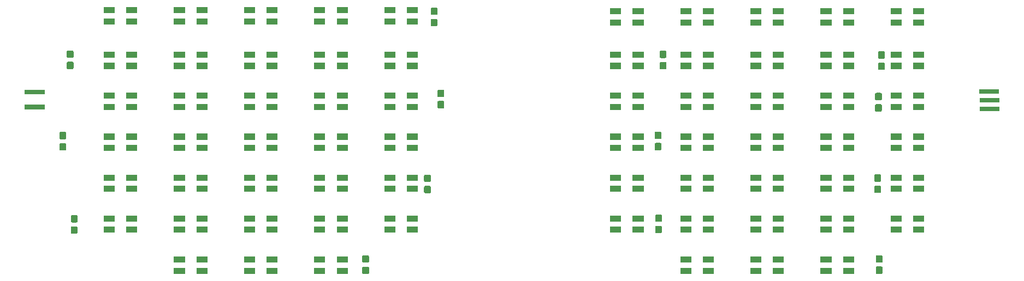
<source format=gbr>
G04 #@! TF.GenerationSoftware,KiCad,Pcbnew,(5.0.1)-3*
G04 #@! TF.CreationDate,2019-10-19T12:43:43+10:30*
G04 #@! TF.ProjectId,LED Glasses v2,4C454420476C61737365732076322E6B,rev?*
G04 #@! TF.SameCoordinates,Original*
G04 #@! TF.FileFunction,Soldermask,Top*
G04 #@! TF.FilePolarity,Negative*
%FSLAX46Y46*%
G04 Gerber Fmt 4.6, Leading zero omitted, Abs format (unit mm)*
G04 Created by KiCad (PCBNEW (5.0.1)-3) date 19/10/2019 12:43:43 PM*
%MOMM*%
%LPD*%
G01*
G04 APERTURE LIST*
%ADD10C,0.100000*%
G04 APERTURE END LIST*
D10*
G36*
X140356599Y-127811445D02*
X140394093Y-127822819D01*
X140428657Y-127841294D01*
X140458947Y-127866153D01*
X140483806Y-127896443D01*
X140502281Y-127931007D01*
X140513655Y-127968501D01*
X140518100Y-128013638D01*
X140518100Y-128752362D01*
X140513655Y-128797499D01*
X140502281Y-128834993D01*
X140483806Y-128869557D01*
X140458947Y-128899847D01*
X140428657Y-128924706D01*
X140394093Y-128943181D01*
X140356599Y-128954555D01*
X140311462Y-128959000D01*
X139672738Y-128959000D01*
X139627601Y-128954555D01*
X139590107Y-128943181D01*
X139555543Y-128924706D01*
X139525253Y-128899847D01*
X139500394Y-128869557D01*
X139481919Y-128834993D01*
X139470545Y-128797499D01*
X139466100Y-128752362D01*
X139466100Y-128013638D01*
X139470545Y-127968501D01*
X139481919Y-127931007D01*
X139500394Y-127896443D01*
X139525253Y-127866153D01*
X139555543Y-127841294D01*
X139590107Y-127822819D01*
X139627601Y-127811445D01*
X139672738Y-127807000D01*
X140311462Y-127807000D01*
X140356599Y-127811445D01*
X140356599Y-127811445D01*
G37*
G36*
X201351000Y-128951000D02*
X199649000Y-128951000D01*
X199649000Y-127999000D01*
X201351000Y-127999000D01*
X201351000Y-128951000D01*
X201351000Y-128951000D01*
G37*
G36*
X212226000Y-128951000D02*
X210524000Y-128951000D01*
X210524000Y-127999000D01*
X212226000Y-127999000D01*
X212226000Y-128951000D01*
X212226000Y-128951000D01*
G37*
G36*
X215726000Y-128951000D02*
X214024000Y-128951000D01*
X214024000Y-127999000D01*
X215726000Y-127999000D01*
X215726000Y-128951000D01*
X215726000Y-128951000D01*
G37*
G36*
X204851000Y-128951000D02*
X203149000Y-128951000D01*
X203149000Y-127999000D01*
X204851000Y-127999000D01*
X204851000Y-128951000D01*
X204851000Y-128951000D01*
G37*
G36*
X133726000Y-128951000D02*
X132024000Y-128951000D01*
X132024000Y-127999000D01*
X133726000Y-127999000D01*
X133726000Y-128951000D01*
X133726000Y-128951000D01*
G37*
G36*
X137226000Y-128951000D02*
X135524000Y-128951000D01*
X135524000Y-127999000D01*
X137226000Y-127999000D01*
X137226000Y-128951000D01*
X137226000Y-128951000D01*
G37*
G36*
X122851000Y-128951000D02*
X121149000Y-128951000D01*
X121149000Y-127999000D01*
X122851000Y-127999000D01*
X122851000Y-128951000D01*
X122851000Y-128951000D01*
G37*
G36*
X111976000Y-128951000D02*
X110274000Y-128951000D01*
X110274000Y-127999000D01*
X111976000Y-127999000D01*
X111976000Y-128951000D01*
X111976000Y-128951000D01*
G37*
G36*
X115476000Y-128951000D02*
X113774000Y-128951000D01*
X113774000Y-127999000D01*
X115476000Y-127999000D01*
X115476000Y-128951000D01*
X115476000Y-128951000D01*
G37*
G36*
X190476000Y-128951000D02*
X188774000Y-128951000D01*
X188774000Y-127999000D01*
X190476000Y-127999000D01*
X190476000Y-128951000D01*
X190476000Y-128951000D01*
G37*
G36*
X193976000Y-128951000D02*
X192274000Y-128951000D01*
X192274000Y-127999000D01*
X193976000Y-127999000D01*
X193976000Y-128951000D01*
X193976000Y-128951000D01*
G37*
G36*
X126351000Y-128951000D02*
X124649000Y-128951000D01*
X124649000Y-127999000D01*
X126351000Y-127999000D01*
X126351000Y-128951000D01*
X126351000Y-128951000D01*
G37*
G36*
X219972899Y-127798745D02*
X220010393Y-127810119D01*
X220044957Y-127828594D01*
X220075247Y-127853453D01*
X220100106Y-127883743D01*
X220118581Y-127918307D01*
X220129955Y-127955801D01*
X220134400Y-128000938D01*
X220134400Y-128739662D01*
X220129955Y-128784799D01*
X220118581Y-128822293D01*
X220100106Y-128856857D01*
X220075247Y-128887147D01*
X220044957Y-128912006D01*
X220010393Y-128930481D01*
X219972899Y-128941855D01*
X219927762Y-128946300D01*
X219289038Y-128946300D01*
X219243901Y-128941855D01*
X219206407Y-128930481D01*
X219171843Y-128912006D01*
X219141553Y-128887147D01*
X219116694Y-128856857D01*
X219098219Y-128822293D01*
X219086845Y-128784799D01*
X219082400Y-128739662D01*
X219082400Y-128000938D01*
X219086845Y-127955801D01*
X219098219Y-127918307D01*
X219116694Y-127883743D01*
X219141553Y-127853453D01*
X219171843Y-127828594D01*
X219206407Y-127810119D01*
X219243901Y-127798745D01*
X219289038Y-127794300D01*
X219927762Y-127794300D01*
X219972899Y-127798745D01*
X219972899Y-127798745D01*
G37*
G36*
X140356599Y-126061445D02*
X140394093Y-126072819D01*
X140428657Y-126091294D01*
X140458947Y-126116153D01*
X140483806Y-126146443D01*
X140502281Y-126181007D01*
X140513655Y-126218501D01*
X140518100Y-126263638D01*
X140518100Y-127002362D01*
X140513655Y-127047499D01*
X140502281Y-127084993D01*
X140483806Y-127119557D01*
X140458947Y-127149847D01*
X140428657Y-127174706D01*
X140394093Y-127193181D01*
X140356599Y-127204555D01*
X140311462Y-127209000D01*
X139672738Y-127209000D01*
X139627601Y-127204555D01*
X139590107Y-127193181D01*
X139555543Y-127174706D01*
X139525253Y-127149847D01*
X139500394Y-127119557D01*
X139481919Y-127084993D01*
X139470545Y-127047499D01*
X139466100Y-127002362D01*
X139466100Y-126263638D01*
X139470545Y-126218501D01*
X139481919Y-126181007D01*
X139500394Y-126146443D01*
X139525253Y-126116153D01*
X139555543Y-126091294D01*
X139590107Y-126072819D01*
X139627601Y-126061445D01*
X139672738Y-126057000D01*
X140311462Y-126057000D01*
X140356599Y-126061445D01*
X140356599Y-126061445D01*
G37*
G36*
X190476000Y-127201000D02*
X188774000Y-127201000D01*
X188774000Y-126249000D01*
X190476000Y-126249000D01*
X190476000Y-127201000D01*
X190476000Y-127201000D01*
G37*
G36*
X212226000Y-127201000D02*
X210524000Y-127201000D01*
X210524000Y-126249000D01*
X212226000Y-126249000D01*
X212226000Y-127201000D01*
X212226000Y-127201000D01*
G37*
G36*
X204851000Y-127201000D02*
X203149000Y-127201000D01*
X203149000Y-126249000D01*
X204851000Y-126249000D01*
X204851000Y-127201000D01*
X204851000Y-127201000D01*
G37*
G36*
X193976000Y-127201000D02*
X192274000Y-127201000D01*
X192274000Y-126249000D01*
X193976000Y-126249000D01*
X193976000Y-127201000D01*
X193976000Y-127201000D01*
G37*
G36*
X115476000Y-127201000D02*
X113774000Y-127201000D01*
X113774000Y-126249000D01*
X115476000Y-126249000D01*
X115476000Y-127201000D01*
X115476000Y-127201000D01*
G37*
G36*
X111976000Y-127201000D02*
X110274000Y-127201000D01*
X110274000Y-126249000D01*
X111976000Y-126249000D01*
X111976000Y-127201000D01*
X111976000Y-127201000D01*
G37*
G36*
X126351000Y-127201000D02*
X124649000Y-127201000D01*
X124649000Y-126249000D01*
X126351000Y-126249000D01*
X126351000Y-127201000D01*
X126351000Y-127201000D01*
G37*
G36*
X137226000Y-127201000D02*
X135524000Y-127201000D01*
X135524000Y-126249000D01*
X137226000Y-126249000D01*
X137226000Y-127201000D01*
X137226000Y-127201000D01*
G37*
G36*
X133726000Y-127201000D02*
X132024000Y-127201000D01*
X132024000Y-126249000D01*
X133726000Y-126249000D01*
X133726000Y-127201000D01*
X133726000Y-127201000D01*
G37*
G36*
X215726000Y-127201000D02*
X214024000Y-127201000D01*
X214024000Y-126249000D01*
X215726000Y-126249000D01*
X215726000Y-127201000D01*
X215726000Y-127201000D01*
G37*
G36*
X201351000Y-127201000D02*
X199649000Y-127201000D01*
X199649000Y-126249000D01*
X201351000Y-126249000D01*
X201351000Y-127201000D01*
X201351000Y-127201000D01*
G37*
G36*
X122851000Y-127201000D02*
X121149000Y-127201000D01*
X121149000Y-126249000D01*
X122851000Y-126249000D01*
X122851000Y-127201000D01*
X122851000Y-127201000D01*
G37*
G36*
X219972899Y-126048745D02*
X220010393Y-126060119D01*
X220044957Y-126078594D01*
X220075247Y-126103453D01*
X220100106Y-126133743D01*
X220118581Y-126168307D01*
X220129955Y-126205801D01*
X220134400Y-126250938D01*
X220134400Y-126989662D01*
X220129955Y-127034799D01*
X220118581Y-127072293D01*
X220100106Y-127106857D01*
X220075247Y-127137147D01*
X220044957Y-127162006D01*
X220010393Y-127180481D01*
X219972899Y-127191855D01*
X219927762Y-127196300D01*
X219289038Y-127196300D01*
X219243901Y-127191855D01*
X219206407Y-127180481D01*
X219171843Y-127162006D01*
X219141553Y-127137147D01*
X219116694Y-127106857D01*
X219098219Y-127072293D01*
X219086845Y-127034799D01*
X219082400Y-126989662D01*
X219082400Y-126250938D01*
X219086845Y-126205801D01*
X219098219Y-126168307D01*
X219116694Y-126133743D01*
X219141553Y-126103453D01*
X219171843Y-126078594D01*
X219206407Y-126060119D01*
X219243901Y-126048745D01*
X219289038Y-126044300D01*
X219927762Y-126044300D01*
X219972899Y-126048745D01*
X219972899Y-126048745D01*
G37*
G36*
X95182699Y-121551645D02*
X95220193Y-121563019D01*
X95254757Y-121581494D01*
X95285047Y-121606353D01*
X95309906Y-121636643D01*
X95328381Y-121671207D01*
X95339755Y-121708701D01*
X95344200Y-121753838D01*
X95344200Y-122492562D01*
X95339755Y-122537699D01*
X95328381Y-122575193D01*
X95309906Y-122609757D01*
X95285047Y-122640047D01*
X95254757Y-122664906D01*
X95220193Y-122683381D01*
X95182699Y-122694755D01*
X95137562Y-122699200D01*
X94498838Y-122699200D01*
X94453701Y-122694755D01*
X94416207Y-122683381D01*
X94381643Y-122664906D01*
X94351353Y-122640047D01*
X94326494Y-122609757D01*
X94308019Y-122575193D01*
X94296645Y-122537699D01*
X94292200Y-122492562D01*
X94292200Y-121753838D01*
X94296645Y-121708701D01*
X94308019Y-121671207D01*
X94326494Y-121636643D01*
X94351353Y-121606353D01*
X94381643Y-121581494D01*
X94416207Y-121563019D01*
X94453701Y-121551645D01*
X94498838Y-121547200D01*
X95137562Y-121547200D01*
X95182699Y-121551645D01*
X95182699Y-121551645D01*
G37*
G36*
X185784499Y-121461445D02*
X185821993Y-121472819D01*
X185856557Y-121491294D01*
X185886847Y-121516153D01*
X185911706Y-121546443D01*
X185930181Y-121581007D01*
X185941555Y-121618501D01*
X185946000Y-121663638D01*
X185946000Y-122402362D01*
X185941555Y-122447499D01*
X185930181Y-122484993D01*
X185911706Y-122519557D01*
X185886847Y-122549847D01*
X185856557Y-122574706D01*
X185821993Y-122593181D01*
X185784499Y-122604555D01*
X185739362Y-122609000D01*
X185100638Y-122609000D01*
X185055501Y-122604555D01*
X185018007Y-122593181D01*
X184983443Y-122574706D01*
X184953153Y-122549847D01*
X184928294Y-122519557D01*
X184909819Y-122484993D01*
X184898445Y-122447499D01*
X184894000Y-122402362D01*
X184894000Y-121663638D01*
X184898445Y-121618501D01*
X184909819Y-121581007D01*
X184928294Y-121546443D01*
X184953153Y-121516153D01*
X184983443Y-121491294D01*
X185018007Y-121472819D01*
X185055501Y-121461445D01*
X185100638Y-121457000D01*
X185739362Y-121457000D01*
X185784499Y-121461445D01*
X185784499Y-121461445D01*
G37*
G36*
X126351000Y-122551000D02*
X124649000Y-122551000D01*
X124649000Y-121599000D01*
X126351000Y-121599000D01*
X126351000Y-122551000D01*
X126351000Y-122551000D01*
G37*
G36*
X137226000Y-122551000D02*
X135524000Y-122551000D01*
X135524000Y-121599000D01*
X137226000Y-121599000D01*
X137226000Y-122551000D01*
X137226000Y-122551000D01*
G37*
G36*
X133726000Y-122551000D02*
X132024000Y-122551000D01*
X132024000Y-121599000D01*
X133726000Y-121599000D01*
X133726000Y-122551000D01*
X133726000Y-122551000D01*
G37*
G36*
X223101000Y-122551000D02*
X221399000Y-122551000D01*
X221399000Y-121599000D01*
X223101000Y-121599000D01*
X223101000Y-122551000D01*
X223101000Y-122551000D01*
G37*
G36*
X122851000Y-122551000D02*
X121149000Y-122551000D01*
X121149000Y-121599000D01*
X122851000Y-121599000D01*
X122851000Y-122551000D01*
X122851000Y-122551000D01*
G37*
G36*
X212226000Y-122551000D02*
X210524000Y-122551000D01*
X210524000Y-121599000D01*
X212226000Y-121599000D01*
X212226000Y-122551000D01*
X212226000Y-122551000D01*
G37*
G36*
X215726000Y-122551000D02*
X214024000Y-122551000D01*
X214024000Y-121599000D01*
X215726000Y-121599000D01*
X215726000Y-122551000D01*
X215726000Y-122551000D01*
G37*
G36*
X148101000Y-122551000D02*
X146399000Y-122551000D01*
X146399000Y-121599000D01*
X148101000Y-121599000D01*
X148101000Y-122551000D01*
X148101000Y-122551000D01*
G37*
G36*
X144601000Y-122551000D02*
X142899000Y-122551000D01*
X142899000Y-121599000D01*
X144601000Y-121599000D01*
X144601000Y-122551000D01*
X144601000Y-122551000D01*
G37*
G36*
X115476000Y-122551000D02*
X113774000Y-122551000D01*
X113774000Y-121599000D01*
X115476000Y-121599000D01*
X115476000Y-122551000D01*
X115476000Y-122551000D01*
G37*
G36*
X101101000Y-122551000D02*
X99399000Y-122551000D01*
X99399000Y-121599000D01*
X101101000Y-121599000D01*
X101101000Y-122551000D01*
X101101000Y-122551000D01*
G37*
G36*
X104601000Y-122551000D02*
X102899000Y-122551000D01*
X102899000Y-121599000D01*
X104601000Y-121599000D01*
X104601000Y-122551000D01*
X104601000Y-122551000D01*
G37*
G36*
X226601000Y-122551000D02*
X224899000Y-122551000D01*
X224899000Y-121599000D01*
X226601000Y-121599000D01*
X226601000Y-122551000D01*
X226601000Y-122551000D01*
G37*
G36*
X201351000Y-122551000D02*
X199649000Y-122551000D01*
X199649000Y-121599000D01*
X201351000Y-121599000D01*
X201351000Y-122551000D01*
X201351000Y-122551000D01*
G37*
G36*
X204851000Y-122551000D02*
X203149000Y-122551000D01*
X203149000Y-121599000D01*
X204851000Y-121599000D01*
X204851000Y-122551000D01*
X204851000Y-122551000D01*
G37*
G36*
X190476000Y-122551000D02*
X188774000Y-122551000D01*
X188774000Y-121599000D01*
X190476000Y-121599000D01*
X190476000Y-122551000D01*
X190476000Y-122551000D01*
G37*
G36*
X111976000Y-122551000D02*
X110274000Y-122551000D01*
X110274000Y-121599000D01*
X111976000Y-121599000D01*
X111976000Y-122551000D01*
X111976000Y-122551000D01*
G37*
G36*
X193976000Y-122551000D02*
X192274000Y-122551000D01*
X192274000Y-121599000D01*
X193976000Y-121599000D01*
X193976000Y-122551000D01*
X193976000Y-122551000D01*
G37*
G36*
X179601000Y-122551000D02*
X177899000Y-122551000D01*
X177899000Y-121599000D01*
X179601000Y-121599000D01*
X179601000Y-122551000D01*
X179601000Y-122551000D01*
G37*
G36*
X183101000Y-122551000D02*
X181399000Y-122551000D01*
X181399000Y-121599000D01*
X183101000Y-121599000D01*
X183101000Y-122551000D01*
X183101000Y-122551000D01*
G37*
G36*
X95182699Y-119801645D02*
X95220193Y-119813019D01*
X95254757Y-119831494D01*
X95285047Y-119856353D01*
X95309906Y-119886643D01*
X95328381Y-119921207D01*
X95339755Y-119958701D01*
X95344200Y-120003838D01*
X95344200Y-120742562D01*
X95339755Y-120787699D01*
X95328381Y-120825193D01*
X95309906Y-120859757D01*
X95285047Y-120890047D01*
X95254757Y-120914906D01*
X95220193Y-120933381D01*
X95182699Y-120944755D01*
X95137562Y-120949200D01*
X94498838Y-120949200D01*
X94453701Y-120944755D01*
X94416207Y-120933381D01*
X94381643Y-120914906D01*
X94351353Y-120890047D01*
X94326494Y-120859757D01*
X94308019Y-120825193D01*
X94296645Y-120787699D01*
X94292200Y-120742562D01*
X94292200Y-120003838D01*
X94296645Y-119958701D01*
X94308019Y-119921207D01*
X94326494Y-119886643D01*
X94351353Y-119856353D01*
X94381643Y-119831494D01*
X94416207Y-119813019D01*
X94453701Y-119801645D01*
X94498838Y-119797200D01*
X95137562Y-119797200D01*
X95182699Y-119801645D01*
X95182699Y-119801645D01*
G37*
G36*
X185784499Y-119711445D02*
X185821993Y-119722819D01*
X185856557Y-119741294D01*
X185886847Y-119766153D01*
X185911706Y-119796443D01*
X185930181Y-119831007D01*
X185941555Y-119868501D01*
X185946000Y-119913638D01*
X185946000Y-120652362D01*
X185941555Y-120697499D01*
X185930181Y-120734993D01*
X185911706Y-120769557D01*
X185886847Y-120799847D01*
X185856557Y-120824706D01*
X185821993Y-120843181D01*
X185784499Y-120854555D01*
X185739362Y-120859000D01*
X185100638Y-120859000D01*
X185055501Y-120854555D01*
X185018007Y-120843181D01*
X184983443Y-120824706D01*
X184953153Y-120799847D01*
X184928294Y-120769557D01*
X184909819Y-120734993D01*
X184898445Y-120697499D01*
X184894000Y-120652362D01*
X184894000Y-119913638D01*
X184898445Y-119868501D01*
X184909819Y-119831007D01*
X184928294Y-119796443D01*
X184953153Y-119766153D01*
X184983443Y-119741294D01*
X185018007Y-119722819D01*
X185055501Y-119711445D01*
X185100638Y-119707000D01*
X185739362Y-119707000D01*
X185784499Y-119711445D01*
X185784499Y-119711445D01*
G37*
G36*
X223101000Y-120801000D02*
X221399000Y-120801000D01*
X221399000Y-119849000D01*
X223101000Y-119849000D01*
X223101000Y-120801000D01*
X223101000Y-120801000D01*
G37*
G36*
X193976000Y-120801000D02*
X192274000Y-120801000D01*
X192274000Y-119849000D01*
X193976000Y-119849000D01*
X193976000Y-120801000D01*
X193976000Y-120801000D01*
G37*
G36*
X204851000Y-120801000D02*
X203149000Y-120801000D01*
X203149000Y-119849000D01*
X204851000Y-119849000D01*
X204851000Y-120801000D01*
X204851000Y-120801000D01*
G37*
G36*
X201351000Y-120801000D02*
X199649000Y-120801000D01*
X199649000Y-119849000D01*
X201351000Y-119849000D01*
X201351000Y-120801000D01*
X201351000Y-120801000D01*
G37*
G36*
X212226000Y-120801000D02*
X210524000Y-120801000D01*
X210524000Y-119849000D01*
X212226000Y-119849000D01*
X212226000Y-120801000D01*
X212226000Y-120801000D01*
G37*
G36*
X215726000Y-120801000D02*
X214024000Y-120801000D01*
X214024000Y-119849000D01*
X215726000Y-119849000D01*
X215726000Y-120801000D01*
X215726000Y-120801000D01*
G37*
G36*
X226601000Y-120801000D02*
X224899000Y-120801000D01*
X224899000Y-119849000D01*
X226601000Y-119849000D01*
X226601000Y-120801000D01*
X226601000Y-120801000D01*
G37*
G36*
X115476000Y-120801000D02*
X113774000Y-120801000D01*
X113774000Y-119849000D01*
X115476000Y-119849000D01*
X115476000Y-120801000D01*
X115476000Y-120801000D01*
G37*
G36*
X111976000Y-120801000D02*
X110274000Y-120801000D01*
X110274000Y-119849000D01*
X111976000Y-119849000D01*
X111976000Y-120801000D01*
X111976000Y-120801000D01*
G37*
G36*
X133726000Y-120801000D02*
X132024000Y-120801000D01*
X132024000Y-119849000D01*
X133726000Y-119849000D01*
X133726000Y-120801000D01*
X133726000Y-120801000D01*
G37*
G36*
X144601000Y-120801000D02*
X142899000Y-120801000D01*
X142899000Y-119849000D01*
X144601000Y-119849000D01*
X144601000Y-120801000D01*
X144601000Y-120801000D01*
G37*
G36*
X148101000Y-120801000D02*
X146399000Y-120801000D01*
X146399000Y-119849000D01*
X148101000Y-119849000D01*
X148101000Y-120801000D01*
X148101000Y-120801000D01*
G37*
G36*
X179601000Y-120801000D02*
X177899000Y-120801000D01*
X177899000Y-119849000D01*
X179601000Y-119849000D01*
X179601000Y-120801000D01*
X179601000Y-120801000D01*
G37*
G36*
X137226000Y-120801000D02*
X135524000Y-120801000D01*
X135524000Y-119849000D01*
X137226000Y-119849000D01*
X137226000Y-120801000D01*
X137226000Y-120801000D01*
G37*
G36*
X126351000Y-120801000D02*
X124649000Y-120801000D01*
X124649000Y-119849000D01*
X126351000Y-119849000D01*
X126351000Y-120801000D01*
X126351000Y-120801000D01*
G37*
G36*
X183101000Y-120801000D02*
X181399000Y-120801000D01*
X181399000Y-119849000D01*
X183101000Y-119849000D01*
X183101000Y-120801000D01*
X183101000Y-120801000D01*
G37*
G36*
X122851000Y-120801000D02*
X121149000Y-120801000D01*
X121149000Y-119849000D01*
X122851000Y-119849000D01*
X122851000Y-120801000D01*
X122851000Y-120801000D01*
G37*
G36*
X190476000Y-120801000D02*
X188774000Y-120801000D01*
X188774000Y-119849000D01*
X190476000Y-119849000D01*
X190476000Y-120801000D01*
X190476000Y-120801000D01*
G37*
G36*
X101101000Y-120801000D02*
X99399000Y-120801000D01*
X99399000Y-119849000D01*
X101101000Y-119849000D01*
X101101000Y-120801000D01*
X101101000Y-120801000D01*
G37*
G36*
X104601000Y-120801000D02*
X102899000Y-120801000D01*
X102899000Y-119849000D01*
X104601000Y-119849000D01*
X104601000Y-120801000D01*
X104601000Y-120801000D01*
G37*
G36*
X149945099Y-115252445D02*
X149982593Y-115263819D01*
X150017157Y-115282294D01*
X150047447Y-115307153D01*
X150072306Y-115337443D01*
X150090781Y-115372007D01*
X150102155Y-115409501D01*
X150106600Y-115454638D01*
X150106600Y-116193362D01*
X150102155Y-116238499D01*
X150090781Y-116275993D01*
X150072306Y-116310557D01*
X150047447Y-116340847D01*
X150017157Y-116365706D01*
X149982593Y-116384181D01*
X149945099Y-116395555D01*
X149899962Y-116400000D01*
X149261238Y-116400000D01*
X149216101Y-116395555D01*
X149178607Y-116384181D01*
X149144043Y-116365706D01*
X149113753Y-116340847D01*
X149088894Y-116310557D01*
X149070419Y-116275993D01*
X149059045Y-116238499D01*
X149054600Y-116193362D01*
X149054600Y-115454638D01*
X149059045Y-115409501D01*
X149070419Y-115372007D01*
X149088894Y-115337443D01*
X149113753Y-115307153D01*
X149144043Y-115282294D01*
X149178607Y-115263819D01*
X149216101Y-115252445D01*
X149261238Y-115248000D01*
X149899962Y-115248000D01*
X149945099Y-115252445D01*
X149945099Y-115252445D01*
G37*
G36*
X219731599Y-115225745D02*
X219769093Y-115237119D01*
X219803657Y-115255594D01*
X219833947Y-115280453D01*
X219858806Y-115310743D01*
X219877281Y-115345307D01*
X219888655Y-115382801D01*
X219893100Y-115427938D01*
X219893100Y-116166662D01*
X219888655Y-116211799D01*
X219877281Y-116249293D01*
X219858806Y-116283857D01*
X219833947Y-116314147D01*
X219803657Y-116339006D01*
X219769093Y-116357481D01*
X219731599Y-116368855D01*
X219686462Y-116373300D01*
X219047738Y-116373300D01*
X219002601Y-116368855D01*
X218965107Y-116357481D01*
X218930543Y-116339006D01*
X218900253Y-116314147D01*
X218875394Y-116283857D01*
X218856919Y-116249293D01*
X218845545Y-116211799D01*
X218841100Y-116166662D01*
X218841100Y-115427938D01*
X218845545Y-115382801D01*
X218856919Y-115345307D01*
X218875394Y-115310743D01*
X218900253Y-115280453D01*
X218930543Y-115255594D01*
X218965107Y-115237119D01*
X219002601Y-115225745D01*
X219047738Y-115221300D01*
X219686462Y-115221300D01*
X219731599Y-115225745D01*
X219731599Y-115225745D01*
G37*
G36*
X104601000Y-116201000D02*
X102899000Y-116201000D01*
X102899000Y-115249000D01*
X104601000Y-115249000D01*
X104601000Y-116201000D01*
X104601000Y-116201000D01*
G37*
G36*
X190476000Y-116201000D02*
X188774000Y-116201000D01*
X188774000Y-115249000D01*
X190476000Y-115249000D01*
X190476000Y-116201000D01*
X190476000Y-116201000D01*
G37*
G36*
X201351000Y-116201000D02*
X199649000Y-116201000D01*
X199649000Y-115249000D01*
X201351000Y-115249000D01*
X201351000Y-116201000D01*
X201351000Y-116201000D01*
G37*
G36*
X144601000Y-116201000D02*
X142899000Y-116201000D01*
X142899000Y-115249000D01*
X144601000Y-115249000D01*
X144601000Y-116201000D01*
X144601000Y-116201000D01*
G37*
G36*
X204851000Y-116201000D02*
X203149000Y-116201000D01*
X203149000Y-115249000D01*
X204851000Y-115249000D01*
X204851000Y-116201000D01*
X204851000Y-116201000D01*
G37*
G36*
X212226000Y-116201000D02*
X210524000Y-116201000D01*
X210524000Y-115249000D01*
X212226000Y-115249000D01*
X212226000Y-116201000D01*
X212226000Y-116201000D01*
G37*
G36*
X215726000Y-116201000D02*
X214024000Y-116201000D01*
X214024000Y-115249000D01*
X215726000Y-115249000D01*
X215726000Y-116201000D01*
X215726000Y-116201000D01*
G37*
G36*
X223101000Y-116201000D02*
X221399000Y-116201000D01*
X221399000Y-115249000D01*
X223101000Y-115249000D01*
X223101000Y-116201000D01*
X223101000Y-116201000D01*
G37*
G36*
X226601000Y-116201000D02*
X224899000Y-116201000D01*
X224899000Y-115249000D01*
X226601000Y-115249000D01*
X226601000Y-116201000D01*
X226601000Y-116201000D01*
G37*
G36*
X183101000Y-116201000D02*
X181399000Y-116201000D01*
X181399000Y-115249000D01*
X183101000Y-115249000D01*
X183101000Y-116201000D01*
X183101000Y-116201000D01*
G37*
G36*
X115476000Y-116201000D02*
X113774000Y-116201000D01*
X113774000Y-115249000D01*
X115476000Y-115249000D01*
X115476000Y-116201000D01*
X115476000Y-116201000D01*
G37*
G36*
X111976000Y-116201000D02*
X110274000Y-116201000D01*
X110274000Y-115249000D01*
X111976000Y-115249000D01*
X111976000Y-116201000D01*
X111976000Y-116201000D01*
G37*
G36*
X122851000Y-116201000D02*
X121149000Y-116201000D01*
X121149000Y-115249000D01*
X122851000Y-115249000D01*
X122851000Y-116201000D01*
X122851000Y-116201000D01*
G37*
G36*
X126351000Y-116201000D02*
X124649000Y-116201000D01*
X124649000Y-115249000D01*
X126351000Y-115249000D01*
X126351000Y-116201000D01*
X126351000Y-116201000D01*
G37*
G36*
X137226000Y-116201000D02*
X135524000Y-116201000D01*
X135524000Y-115249000D01*
X137226000Y-115249000D01*
X137226000Y-116201000D01*
X137226000Y-116201000D01*
G37*
G36*
X133726000Y-116201000D02*
X132024000Y-116201000D01*
X132024000Y-115249000D01*
X133726000Y-115249000D01*
X133726000Y-116201000D01*
X133726000Y-116201000D01*
G37*
G36*
X148101000Y-116201000D02*
X146399000Y-116201000D01*
X146399000Y-115249000D01*
X148101000Y-115249000D01*
X148101000Y-116201000D01*
X148101000Y-116201000D01*
G37*
G36*
X179601000Y-116201000D02*
X177899000Y-116201000D01*
X177899000Y-115249000D01*
X179601000Y-115249000D01*
X179601000Y-116201000D01*
X179601000Y-116201000D01*
G37*
G36*
X193976000Y-116201000D02*
X192274000Y-116201000D01*
X192274000Y-115249000D01*
X193976000Y-115249000D01*
X193976000Y-116201000D01*
X193976000Y-116201000D01*
G37*
G36*
X101101000Y-116201000D02*
X99399000Y-116201000D01*
X99399000Y-115249000D01*
X101101000Y-115249000D01*
X101101000Y-116201000D01*
X101101000Y-116201000D01*
G37*
G36*
X149945099Y-113502445D02*
X149982593Y-113513819D01*
X150017157Y-113532294D01*
X150047447Y-113557153D01*
X150072306Y-113587443D01*
X150090781Y-113622007D01*
X150102155Y-113659501D01*
X150106600Y-113704638D01*
X150106600Y-114443362D01*
X150102155Y-114488499D01*
X150090781Y-114525993D01*
X150072306Y-114560557D01*
X150047447Y-114590847D01*
X150017157Y-114615706D01*
X149982593Y-114634181D01*
X149945099Y-114645555D01*
X149899962Y-114650000D01*
X149261238Y-114650000D01*
X149216101Y-114645555D01*
X149178607Y-114634181D01*
X149144043Y-114615706D01*
X149113753Y-114590847D01*
X149088894Y-114560557D01*
X149070419Y-114525993D01*
X149059045Y-114488499D01*
X149054600Y-114443362D01*
X149054600Y-113704638D01*
X149059045Y-113659501D01*
X149070419Y-113622007D01*
X149088894Y-113587443D01*
X149113753Y-113557153D01*
X149144043Y-113532294D01*
X149178607Y-113513819D01*
X149216101Y-113502445D01*
X149261238Y-113498000D01*
X149899962Y-113498000D01*
X149945099Y-113502445D01*
X149945099Y-113502445D01*
G37*
G36*
X219731599Y-113475745D02*
X219769093Y-113487119D01*
X219803657Y-113505594D01*
X219833947Y-113530453D01*
X219858806Y-113560743D01*
X219877281Y-113595307D01*
X219888655Y-113632801D01*
X219893100Y-113677938D01*
X219893100Y-114416662D01*
X219888655Y-114461799D01*
X219877281Y-114499293D01*
X219858806Y-114533857D01*
X219833947Y-114564147D01*
X219803657Y-114589006D01*
X219769093Y-114607481D01*
X219731599Y-114618855D01*
X219686462Y-114623300D01*
X219047738Y-114623300D01*
X219002601Y-114618855D01*
X218965107Y-114607481D01*
X218930543Y-114589006D01*
X218900253Y-114564147D01*
X218875394Y-114533857D01*
X218856919Y-114499293D01*
X218845545Y-114461799D01*
X218841100Y-114416662D01*
X218841100Y-113677938D01*
X218845545Y-113632801D01*
X218856919Y-113595307D01*
X218875394Y-113560743D01*
X218900253Y-113530453D01*
X218930543Y-113505594D01*
X218965107Y-113487119D01*
X219002601Y-113475745D01*
X219047738Y-113471300D01*
X219686462Y-113471300D01*
X219731599Y-113475745D01*
X219731599Y-113475745D01*
G37*
G36*
X133726000Y-114451000D02*
X132024000Y-114451000D01*
X132024000Y-113499000D01*
X133726000Y-113499000D01*
X133726000Y-114451000D01*
X133726000Y-114451000D01*
G37*
G36*
X226601000Y-114451000D02*
X224899000Y-114451000D01*
X224899000Y-113499000D01*
X226601000Y-113499000D01*
X226601000Y-114451000D01*
X226601000Y-114451000D01*
G37*
G36*
X215726000Y-114451000D02*
X214024000Y-114451000D01*
X214024000Y-113499000D01*
X215726000Y-113499000D01*
X215726000Y-114451000D01*
X215726000Y-114451000D01*
G37*
G36*
X212226000Y-114451000D02*
X210524000Y-114451000D01*
X210524000Y-113499000D01*
X212226000Y-113499000D01*
X212226000Y-114451000D01*
X212226000Y-114451000D01*
G37*
G36*
X223101000Y-114451000D02*
X221399000Y-114451000D01*
X221399000Y-113499000D01*
X223101000Y-113499000D01*
X223101000Y-114451000D01*
X223101000Y-114451000D01*
G37*
G36*
X101101000Y-114451000D02*
X99399000Y-114451000D01*
X99399000Y-113499000D01*
X101101000Y-113499000D01*
X101101000Y-114451000D01*
X101101000Y-114451000D01*
G37*
G36*
X104601000Y-114451000D02*
X102899000Y-114451000D01*
X102899000Y-113499000D01*
X104601000Y-113499000D01*
X104601000Y-114451000D01*
X104601000Y-114451000D01*
G37*
G36*
X111976000Y-114451000D02*
X110274000Y-114451000D01*
X110274000Y-113499000D01*
X111976000Y-113499000D01*
X111976000Y-114451000D01*
X111976000Y-114451000D01*
G37*
G36*
X115476000Y-114451000D02*
X113774000Y-114451000D01*
X113774000Y-113499000D01*
X115476000Y-113499000D01*
X115476000Y-114451000D01*
X115476000Y-114451000D01*
G37*
G36*
X122851000Y-114451000D02*
X121149000Y-114451000D01*
X121149000Y-113499000D01*
X122851000Y-113499000D01*
X122851000Y-114451000D01*
X122851000Y-114451000D01*
G37*
G36*
X126351000Y-114451000D02*
X124649000Y-114451000D01*
X124649000Y-113499000D01*
X126351000Y-113499000D01*
X126351000Y-114451000D01*
X126351000Y-114451000D01*
G37*
G36*
X137226000Y-114451000D02*
X135524000Y-114451000D01*
X135524000Y-113499000D01*
X137226000Y-113499000D01*
X137226000Y-114451000D01*
X137226000Y-114451000D01*
G37*
G36*
X148101000Y-114451000D02*
X146399000Y-114451000D01*
X146399000Y-113499000D01*
X148101000Y-113499000D01*
X148101000Y-114451000D01*
X148101000Y-114451000D01*
G37*
G36*
X179601000Y-114451000D02*
X177899000Y-114451000D01*
X177899000Y-113499000D01*
X179601000Y-113499000D01*
X179601000Y-114451000D01*
X179601000Y-114451000D01*
G37*
G36*
X204851000Y-114451000D02*
X203149000Y-114451000D01*
X203149000Y-113499000D01*
X204851000Y-113499000D01*
X204851000Y-114451000D01*
X204851000Y-114451000D01*
G37*
G36*
X144601000Y-114451000D02*
X142899000Y-114451000D01*
X142899000Y-113499000D01*
X144601000Y-113499000D01*
X144601000Y-114451000D01*
X144601000Y-114451000D01*
G37*
G36*
X183101000Y-114451000D02*
X181399000Y-114451000D01*
X181399000Y-113499000D01*
X183101000Y-113499000D01*
X183101000Y-114451000D01*
X183101000Y-114451000D01*
G37*
G36*
X190476000Y-114451000D02*
X188774000Y-114451000D01*
X188774000Y-113499000D01*
X190476000Y-113499000D01*
X190476000Y-114451000D01*
X190476000Y-114451000D01*
G37*
G36*
X193976000Y-114451000D02*
X192274000Y-114451000D01*
X192274000Y-113499000D01*
X193976000Y-113499000D01*
X193976000Y-114451000D01*
X193976000Y-114451000D01*
G37*
G36*
X201351000Y-114451000D02*
X199649000Y-114451000D01*
X199649000Y-113499000D01*
X201351000Y-113499000D01*
X201351000Y-114451000D01*
X201351000Y-114451000D01*
G37*
G36*
X190476000Y-109831000D02*
X188774000Y-109831000D01*
X188774000Y-108879000D01*
X190476000Y-108879000D01*
X190476000Y-109831000D01*
X190476000Y-109831000D01*
G37*
G36*
X183101000Y-109831000D02*
X181399000Y-109831000D01*
X181399000Y-108879000D01*
X183101000Y-108879000D01*
X183101000Y-109831000D01*
X183101000Y-109831000D01*
G37*
G36*
X179601000Y-109831000D02*
X177899000Y-109831000D01*
X177899000Y-108879000D01*
X179601000Y-108879000D01*
X179601000Y-109831000D01*
X179601000Y-109831000D01*
G37*
G36*
X148101000Y-109831000D02*
X146399000Y-109831000D01*
X146399000Y-108879000D01*
X148101000Y-108879000D01*
X148101000Y-109831000D01*
X148101000Y-109831000D01*
G37*
G36*
X144601000Y-109831000D02*
X142899000Y-109831000D01*
X142899000Y-108879000D01*
X144601000Y-108879000D01*
X144601000Y-109831000D01*
X144601000Y-109831000D01*
G37*
G36*
X104601000Y-109831000D02*
X102899000Y-109831000D01*
X102899000Y-108879000D01*
X104601000Y-108879000D01*
X104601000Y-109831000D01*
X104601000Y-109831000D01*
G37*
G36*
X122851000Y-109831000D02*
X121149000Y-109831000D01*
X121149000Y-108879000D01*
X122851000Y-108879000D01*
X122851000Y-109831000D01*
X122851000Y-109831000D01*
G37*
G36*
X111976000Y-109831000D02*
X110274000Y-109831000D01*
X110274000Y-108879000D01*
X111976000Y-108879000D01*
X111976000Y-109831000D01*
X111976000Y-109831000D01*
G37*
G36*
X126351000Y-109831000D02*
X124649000Y-109831000D01*
X124649000Y-108879000D01*
X126351000Y-108879000D01*
X126351000Y-109831000D01*
X126351000Y-109831000D01*
G37*
G36*
X201351000Y-109831000D02*
X199649000Y-109831000D01*
X199649000Y-108879000D01*
X201351000Y-108879000D01*
X201351000Y-109831000D01*
X201351000Y-109831000D01*
G37*
G36*
X115476000Y-109831000D02*
X113774000Y-109831000D01*
X113774000Y-108879000D01*
X115476000Y-108879000D01*
X115476000Y-109831000D01*
X115476000Y-109831000D01*
G37*
G36*
X223101000Y-109831000D02*
X221399000Y-109831000D01*
X221399000Y-108879000D01*
X223101000Y-108879000D01*
X223101000Y-109831000D01*
X223101000Y-109831000D01*
G37*
G36*
X215726000Y-109831000D02*
X214024000Y-109831000D01*
X214024000Y-108879000D01*
X215726000Y-108879000D01*
X215726000Y-109831000D01*
X215726000Y-109831000D01*
G37*
G36*
X212226000Y-109831000D02*
X210524000Y-109831000D01*
X210524000Y-108879000D01*
X212226000Y-108879000D01*
X212226000Y-109831000D01*
X212226000Y-109831000D01*
G37*
G36*
X204851000Y-109831000D02*
X203149000Y-109831000D01*
X203149000Y-108879000D01*
X204851000Y-108879000D01*
X204851000Y-109831000D01*
X204851000Y-109831000D01*
G37*
G36*
X137226000Y-109831000D02*
X135524000Y-109831000D01*
X135524000Y-108879000D01*
X137226000Y-108879000D01*
X137226000Y-109831000D01*
X137226000Y-109831000D01*
G37*
G36*
X133726000Y-109831000D02*
X132024000Y-109831000D01*
X132024000Y-108879000D01*
X133726000Y-108879000D01*
X133726000Y-109831000D01*
X133726000Y-109831000D01*
G37*
G36*
X101101000Y-109831000D02*
X99399000Y-109831000D01*
X99399000Y-108879000D01*
X101101000Y-108879000D01*
X101101000Y-109831000D01*
X101101000Y-109831000D01*
G37*
G36*
X226601000Y-109831000D02*
X224899000Y-109831000D01*
X224899000Y-108879000D01*
X226601000Y-108879000D01*
X226601000Y-109831000D01*
X226601000Y-109831000D01*
G37*
G36*
X193976000Y-109831000D02*
X192274000Y-109831000D01*
X192274000Y-108879000D01*
X193976000Y-108879000D01*
X193976000Y-109831000D01*
X193976000Y-109831000D01*
G37*
G36*
X93430099Y-108621745D02*
X93467593Y-108633119D01*
X93502157Y-108651594D01*
X93532447Y-108676453D01*
X93557306Y-108706743D01*
X93575781Y-108741307D01*
X93587155Y-108778801D01*
X93591600Y-108823938D01*
X93591600Y-109562662D01*
X93587155Y-109607799D01*
X93575781Y-109645293D01*
X93557306Y-109679857D01*
X93532447Y-109710147D01*
X93502157Y-109735006D01*
X93467593Y-109753481D01*
X93430099Y-109764855D01*
X93384962Y-109769300D01*
X92746238Y-109769300D01*
X92701101Y-109764855D01*
X92663607Y-109753481D01*
X92629043Y-109735006D01*
X92598753Y-109710147D01*
X92573894Y-109679857D01*
X92555419Y-109645293D01*
X92544045Y-109607799D01*
X92539600Y-109562662D01*
X92539600Y-108823938D01*
X92544045Y-108778801D01*
X92555419Y-108741307D01*
X92573894Y-108706743D01*
X92598753Y-108676453D01*
X92629043Y-108651594D01*
X92663607Y-108633119D01*
X92701101Y-108621745D01*
X92746238Y-108617300D01*
X93384962Y-108617300D01*
X93430099Y-108621745D01*
X93430099Y-108621745D01*
G37*
G36*
X185695599Y-108583645D02*
X185733093Y-108595019D01*
X185767657Y-108613494D01*
X185797947Y-108638353D01*
X185822806Y-108668643D01*
X185841281Y-108703207D01*
X185852655Y-108740701D01*
X185857100Y-108785838D01*
X185857100Y-109524562D01*
X185852655Y-109569699D01*
X185841281Y-109607193D01*
X185822806Y-109641757D01*
X185797947Y-109672047D01*
X185767657Y-109696906D01*
X185733093Y-109715381D01*
X185695599Y-109726755D01*
X185650462Y-109731200D01*
X185011738Y-109731200D01*
X184966601Y-109726755D01*
X184929107Y-109715381D01*
X184894543Y-109696906D01*
X184864253Y-109672047D01*
X184839394Y-109641757D01*
X184820919Y-109607193D01*
X184809545Y-109569699D01*
X184805100Y-109524562D01*
X184805100Y-108785838D01*
X184809545Y-108740701D01*
X184820919Y-108703207D01*
X184839394Y-108668643D01*
X184864253Y-108638353D01*
X184894543Y-108613494D01*
X184929107Y-108595019D01*
X184966601Y-108583645D01*
X185011738Y-108579200D01*
X185650462Y-108579200D01*
X185695599Y-108583645D01*
X185695599Y-108583645D01*
G37*
G36*
X190476000Y-108081000D02*
X188774000Y-108081000D01*
X188774000Y-107129000D01*
X190476000Y-107129000D01*
X190476000Y-108081000D01*
X190476000Y-108081000D01*
G37*
G36*
X122851000Y-108081000D02*
X121149000Y-108081000D01*
X121149000Y-107129000D01*
X122851000Y-107129000D01*
X122851000Y-108081000D01*
X122851000Y-108081000D01*
G37*
G36*
X126351000Y-108081000D02*
X124649000Y-108081000D01*
X124649000Y-107129000D01*
X126351000Y-107129000D01*
X126351000Y-108081000D01*
X126351000Y-108081000D01*
G37*
G36*
X133726000Y-108081000D02*
X132024000Y-108081000D01*
X132024000Y-107129000D01*
X133726000Y-107129000D01*
X133726000Y-108081000D01*
X133726000Y-108081000D01*
G37*
G36*
X137226000Y-108081000D02*
X135524000Y-108081000D01*
X135524000Y-107129000D01*
X137226000Y-107129000D01*
X137226000Y-108081000D01*
X137226000Y-108081000D01*
G37*
G36*
X148101000Y-108081000D02*
X146399000Y-108081000D01*
X146399000Y-107129000D01*
X148101000Y-107129000D01*
X148101000Y-108081000D01*
X148101000Y-108081000D01*
G37*
G36*
X179601000Y-108081000D02*
X177899000Y-108081000D01*
X177899000Y-107129000D01*
X179601000Y-107129000D01*
X179601000Y-108081000D01*
X179601000Y-108081000D01*
G37*
G36*
X183101000Y-108081000D02*
X181399000Y-108081000D01*
X181399000Y-107129000D01*
X183101000Y-107129000D01*
X183101000Y-108081000D01*
X183101000Y-108081000D01*
G37*
G36*
X101101000Y-108081000D02*
X99399000Y-108081000D01*
X99399000Y-107129000D01*
X101101000Y-107129000D01*
X101101000Y-108081000D01*
X101101000Y-108081000D01*
G37*
G36*
X226601000Y-108081000D02*
X224899000Y-108081000D01*
X224899000Y-107129000D01*
X226601000Y-107129000D01*
X226601000Y-108081000D01*
X226601000Y-108081000D01*
G37*
G36*
X193976000Y-108081000D02*
X192274000Y-108081000D01*
X192274000Y-107129000D01*
X193976000Y-107129000D01*
X193976000Y-108081000D01*
X193976000Y-108081000D01*
G37*
G36*
X115476000Y-108081000D02*
X113774000Y-108081000D01*
X113774000Y-107129000D01*
X115476000Y-107129000D01*
X115476000Y-108081000D01*
X115476000Y-108081000D01*
G37*
G36*
X104601000Y-108081000D02*
X102899000Y-108081000D01*
X102899000Y-107129000D01*
X104601000Y-107129000D01*
X104601000Y-108081000D01*
X104601000Y-108081000D01*
G37*
G36*
X204851000Y-108081000D02*
X203149000Y-108081000D01*
X203149000Y-107129000D01*
X204851000Y-107129000D01*
X204851000Y-108081000D01*
X204851000Y-108081000D01*
G37*
G36*
X215726000Y-108081000D02*
X214024000Y-108081000D01*
X214024000Y-107129000D01*
X215726000Y-107129000D01*
X215726000Y-108081000D01*
X215726000Y-108081000D01*
G37*
G36*
X201351000Y-108081000D02*
X199649000Y-108081000D01*
X199649000Y-107129000D01*
X201351000Y-107129000D01*
X201351000Y-108081000D01*
X201351000Y-108081000D01*
G37*
G36*
X212226000Y-108081000D02*
X210524000Y-108081000D01*
X210524000Y-107129000D01*
X212226000Y-107129000D01*
X212226000Y-108081000D01*
X212226000Y-108081000D01*
G37*
G36*
X223101000Y-108081000D02*
X221399000Y-108081000D01*
X221399000Y-107129000D01*
X223101000Y-107129000D01*
X223101000Y-108081000D01*
X223101000Y-108081000D01*
G37*
G36*
X144601000Y-108081000D02*
X142899000Y-108081000D01*
X142899000Y-107129000D01*
X144601000Y-107129000D01*
X144601000Y-108081000D01*
X144601000Y-108081000D01*
G37*
G36*
X111976000Y-108081000D02*
X110274000Y-108081000D01*
X110274000Y-107129000D01*
X111976000Y-107129000D01*
X111976000Y-108081000D01*
X111976000Y-108081000D01*
G37*
G36*
X93430099Y-106871745D02*
X93467593Y-106883119D01*
X93502157Y-106901594D01*
X93532447Y-106926453D01*
X93557306Y-106956743D01*
X93575781Y-106991307D01*
X93587155Y-107028801D01*
X93591600Y-107073938D01*
X93591600Y-107812662D01*
X93587155Y-107857799D01*
X93575781Y-107895293D01*
X93557306Y-107929857D01*
X93532447Y-107960147D01*
X93502157Y-107985006D01*
X93467593Y-108003481D01*
X93430099Y-108014855D01*
X93384962Y-108019300D01*
X92746238Y-108019300D01*
X92701101Y-108014855D01*
X92663607Y-108003481D01*
X92629043Y-107985006D01*
X92598753Y-107960147D01*
X92573894Y-107929857D01*
X92555419Y-107895293D01*
X92544045Y-107857799D01*
X92539600Y-107812662D01*
X92539600Y-107073938D01*
X92544045Y-107028801D01*
X92555419Y-106991307D01*
X92573894Y-106956743D01*
X92598753Y-106926453D01*
X92629043Y-106901594D01*
X92663607Y-106883119D01*
X92701101Y-106871745D01*
X92746238Y-106867300D01*
X93384962Y-106867300D01*
X93430099Y-106871745D01*
X93430099Y-106871745D01*
G37*
G36*
X185695599Y-106833645D02*
X185733093Y-106845019D01*
X185767657Y-106863494D01*
X185797947Y-106888353D01*
X185822806Y-106918643D01*
X185841281Y-106953207D01*
X185852655Y-106990701D01*
X185857100Y-107035838D01*
X185857100Y-107774562D01*
X185852655Y-107819699D01*
X185841281Y-107857193D01*
X185822806Y-107891757D01*
X185797947Y-107922047D01*
X185767657Y-107946906D01*
X185733093Y-107965381D01*
X185695599Y-107976755D01*
X185650462Y-107981200D01*
X185011738Y-107981200D01*
X184966601Y-107976755D01*
X184929107Y-107965381D01*
X184894543Y-107946906D01*
X184864253Y-107922047D01*
X184839394Y-107891757D01*
X184820919Y-107857193D01*
X184809545Y-107819699D01*
X184805100Y-107774562D01*
X184805100Y-107035838D01*
X184809545Y-106990701D01*
X184820919Y-106953207D01*
X184839394Y-106918643D01*
X184864253Y-106888353D01*
X184894543Y-106863494D01*
X184929107Y-106845019D01*
X184966601Y-106833645D01*
X185011738Y-106829200D01*
X185650462Y-106829200D01*
X185695599Y-106833645D01*
X185695599Y-106833645D01*
G37*
G36*
X219858599Y-102551145D02*
X219896093Y-102562519D01*
X219930657Y-102580994D01*
X219960947Y-102605853D01*
X219985806Y-102636143D01*
X220004281Y-102670707D01*
X220015655Y-102708201D01*
X220020100Y-102753338D01*
X220020100Y-103492062D01*
X220015655Y-103537199D01*
X220004281Y-103574693D01*
X219985806Y-103609257D01*
X219960947Y-103639547D01*
X219930657Y-103664406D01*
X219896093Y-103682881D01*
X219858599Y-103694255D01*
X219813462Y-103698700D01*
X219174738Y-103698700D01*
X219129601Y-103694255D01*
X219092107Y-103682881D01*
X219057543Y-103664406D01*
X219027253Y-103639547D01*
X219002394Y-103609257D01*
X218983919Y-103574693D01*
X218972545Y-103537199D01*
X218968100Y-103492062D01*
X218968100Y-102753338D01*
X218972545Y-102708201D01*
X218983919Y-102670707D01*
X219002394Y-102636143D01*
X219027253Y-102605853D01*
X219057543Y-102580994D01*
X219092107Y-102562519D01*
X219129601Y-102551145D01*
X219174738Y-102546700D01*
X219813462Y-102546700D01*
X219858599Y-102551145D01*
X219858599Y-102551145D01*
G37*
G36*
X238266300Y-103627400D02*
X235164300Y-103627400D01*
X235164300Y-102925400D01*
X238266300Y-102925400D01*
X238266300Y-103627400D01*
X238266300Y-103627400D01*
G37*
G36*
X144601000Y-103451000D02*
X142899000Y-103451000D01*
X142899000Y-102499000D01*
X144601000Y-102499000D01*
X144601000Y-103451000D01*
X144601000Y-103451000D01*
G37*
G36*
X204851000Y-103451000D02*
X203149000Y-103451000D01*
X203149000Y-102499000D01*
X204851000Y-102499000D01*
X204851000Y-103451000D01*
X204851000Y-103451000D01*
G37*
G36*
X215726000Y-103451000D02*
X214024000Y-103451000D01*
X214024000Y-102499000D01*
X215726000Y-102499000D01*
X215726000Y-103451000D01*
X215726000Y-103451000D01*
G37*
G36*
X126351000Y-103451000D02*
X124649000Y-103451000D01*
X124649000Y-102499000D01*
X126351000Y-102499000D01*
X126351000Y-103451000D01*
X126351000Y-103451000D01*
G37*
G36*
X201351000Y-103451000D02*
X199649000Y-103451000D01*
X199649000Y-102499000D01*
X201351000Y-102499000D01*
X201351000Y-103451000D01*
X201351000Y-103451000D01*
G37*
G36*
X122851000Y-103451000D02*
X121149000Y-103451000D01*
X121149000Y-102499000D01*
X122851000Y-102499000D01*
X122851000Y-103451000D01*
X122851000Y-103451000D01*
G37*
G36*
X115476000Y-103451000D02*
X113774000Y-103451000D01*
X113774000Y-102499000D01*
X115476000Y-102499000D01*
X115476000Y-103451000D01*
X115476000Y-103451000D01*
G37*
G36*
X111976000Y-103451000D02*
X110274000Y-103451000D01*
X110274000Y-102499000D01*
X111976000Y-102499000D01*
X111976000Y-103451000D01*
X111976000Y-103451000D01*
G37*
G36*
X193976000Y-103451000D02*
X192274000Y-103451000D01*
X192274000Y-102499000D01*
X193976000Y-102499000D01*
X193976000Y-103451000D01*
X193976000Y-103451000D01*
G37*
G36*
X190476000Y-103451000D02*
X188774000Y-103451000D01*
X188774000Y-102499000D01*
X190476000Y-102499000D01*
X190476000Y-103451000D01*
X190476000Y-103451000D01*
G37*
G36*
X179601000Y-103451000D02*
X177899000Y-103451000D01*
X177899000Y-102499000D01*
X179601000Y-102499000D01*
X179601000Y-103451000D01*
X179601000Y-103451000D01*
G37*
G36*
X212226000Y-103451000D02*
X210524000Y-103451000D01*
X210524000Y-102499000D01*
X212226000Y-102499000D01*
X212226000Y-103451000D01*
X212226000Y-103451000D01*
G37*
G36*
X223101000Y-103451000D02*
X221399000Y-103451000D01*
X221399000Y-102499000D01*
X223101000Y-102499000D01*
X223101000Y-103451000D01*
X223101000Y-103451000D01*
G37*
G36*
X226601000Y-103451000D02*
X224899000Y-103451000D01*
X224899000Y-102499000D01*
X226601000Y-102499000D01*
X226601000Y-103451000D01*
X226601000Y-103451000D01*
G37*
G36*
X133726000Y-103451000D02*
X132024000Y-103451000D01*
X132024000Y-102499000D01*
X133726000Y-102499000D01*
X133726000Y-103451000D01*
X133726000Y-103451000D01*
G37*
G36*
X137226000Y-103451000D02*
X135524000Y-103451000D01*
X135524000Y-102499000D01*
X137226000Y-102499000D01*
X137226000Y-103451000D01*
X137226000Y-103451000D01*
G37*
G36*
X101101000Y-103451000D02*
X99399000Y-103451000D01*
X99399000Y-102499000D01*
X101101000Y-102499000D01*
X101101000Y-103451000D01*
X101101000Y-103451000D01*
G37*
G36*
X148101000Y-103451000D02*
X146399000Y-103451000D01*
X146399000Y-102499000D01*
X148101000Y-102499000D01*
X148101000Y-103451000D01*
X148101000Y-103451000D01*
G37*
G36*
X104601000Y-103451000D02*
X102899000Y-103451000D01*
X102899000Y-102499000D01*
X104601000Y-102499000D01*
X104601000Y-103451000D01*
X104601000Y-103451000D01*
G37*
G36*
X183101000Y-103451000D02*
X181399000Y-103451000D01*
X181399000Y-102499000D01*
X183101000Y-102499000D01*
X183101000Y-103451000D01*
X183101000Y-103451000D01*
G37*
G36*
X90247800Y-103360700D02*
X87145800Y-103360700D01*
X87145800Y-102658700D01*
X90247800Y-102658700D01*
X90247800Y-103360700D01*
X90247800Y-103360700D01*
G37*
G36*
X152027899Y-102057145D02*
X152065393Y-102068519D01*
X152099957Y-102086994D01*
X152130247Y-102111853D01*
X152155106Y-102142143D01*
X152173581Y-102176707D01*
X152184955Y-102214201D01*
X152189400Y-102259338D01*
X152189400Y-102998062D01*
X152184955Y-103043199D01*
X152173581Y-103080693D01*
X152155106Y-103115257D01*
X152130247Y-103145547D01*
X152099957Y-103170406D01*
X152065393Y-103188881D01*
X152027899Y-103200255D01*
X151982762Y-103204700D01*
X151344038Y-103204700D01*
X151298901Y-103200255D01*
X151261407Y-103188881D01*
X151226843Y-103170406D01*
X151196553Y-103145547D01*
X151171694Y-103115257D01*
X151153219Y-103080693D01*
X151141845Y-103043199D01*
X151137400Y-102998062D01*
X151137400Y-102259338D01*
X151141845Y-102214201D01*
X151153219Y-102176707D01*
X151171694Y-102142143D01*
X151196553Y-102111853D01*
X151226843Y-102086994D01*
X151261407Y-102068519D01*
X151298901Y-102057145D01*
X151344038Y-102052700D01*
X151982762Y-102052700D01*
X152027899Y-102057145D01*
X152027899Y-102057145D01*
G37*
G36*
X238281209Y-102268570D02*
X235179209Y-102268570D01*
X235179209Y-101566570D01*
X238281209Y-101566570D01*
X238281209Y-102268570D01*
X238281209Y-102268570D01*
G37*
G36*
X219858599Y-100801145D02*
X219896093Y-100812519D01*
X219930657Y-100830994D01*
X219960947Y-100855853D01*
X219985806Y-100886143D01*
X220004281Y-100920707D01*
X220015655Y-100958201D01*
X220020100Y-101003338D01*
X220020100Y-101742062D01*
X220015655Y-101787199D01*
X220004281Y-101824693D01*
X219985806Y-101859257D01*
X219960947Y-101889547D01*
X219930657Y-101914406D01*
X219896093Y-101932881D01*
X219858599Y-101944255D01*
X219813462Y-101948700D01*
X219174738Y-101948700D01*
X219129601Y-101944255D01*
X219092107Y-101932881D01*
X219057543Y-101914406D01*
X219027253Y-101889547D01*
X219002394Y-101859257D01*
X218983919Y-101824693D01*
X218972545Y-101787199D01*
X218968100Y-101742062D01*
X218968100Y-101003338D01*
X218972545Y-100958201D01*
X218983919Y-100920707D01*
X219002394Y-100886143D01*
X219027253Y-100855853D01*
X219057543Y-100830994D01*
X219092107Y-100812519D01*
X219129601Y-100801145D01*
X219174738Y-100796700D01*
X219813462Y-100796700D01*
X219858599Y-100801145D01*
X219858599Y-100801145D01*
G37*
G36*
X111976000Y-101701000D02*
X110274000Y-101701000D01*
X110274000Y-100749000D01*
X111976000Y-100749000D01*
X111976000Y-101701000D01*
X111976000Y-101701000D01*
G37*
G36*
X115476000Y-101701000D02*
X113774000Y-101701000D01*
X113774000Y-100749000D01*
X115476000Y-100749000D01*
X115476000Y-101701000D01*
X115476000Y-101701000D01*
G37*
G36*
X101101000Y-101701000D02*
X99399000Y-101701000D01*
X99399000Y-100749000D01*
X101101000Y-100749000D01*
X101101000Y-101701000D01*
X101101000Y-101701000D01*
G37*
G36*
X201351000Y-101701000D02*
X199649000Y-101701000D01*
X199649000Y-100749000D01*
X201351000Y-100749000D01*
X201351000Y-101701000D01*
X201351000Y-101701000D01*
G37*
G36*
X226601000Y-101701000D02*
X224899000Y-101701000D01*
X224899000Y-100749000D01*
X226601000Y-100749000D01*
X226601000Y-101701000D01*
X226601000Y-101701000D01*
G37*
G36*
X223101000Y-101701000D02*
X221399000Y-101701000D01*
X221399000Y-100749000D01*
X223101000Y-100749000D01*
X223101000Y-101701000D01*
X223101000Y-101701000D01*
G37*
G36*
X204851000Y-101701000D02*
X203149000Y-101701000D01*
X203149000Y-100749000D01*
X204851000Y-100749000D01*
X204851000Y-101701000D01*
X204851000Y-101701000D01*
G37*
G36*
X193976000Y-101701000D02*
X192274000Y-101701000D01*
X192274000Y-100749000D01*
X193976000Y-100749000D01*
X193976000Y-101701000D01*
X193976000Y-101701000D01*
G37*
G36*
X137226000Y-101701000D02*
X135524000Y-101701000D01*
X135524000Y-100749000D01*
X137226000Y-100749000D01*
X137226000Y-101701000D01*
X137226000Y-101701000D01*
G37*
G36*
X133726000Y-101701000D02*
X132024000Y-101701000D01*
X132024000Y-100749000D01*
X133726000Y-100749000D01*
X133726000Y-101701000D01*
X133726000Y-101701000D01*
G37*
G36*
X215726000Y-101701000D02*
X214024000Y-101701000D01*
X214024000Y-100749000D01*
X215726000Y-100749000D01*
X215726000Y-101701000D01*
X215726000Y-101701000D01*
G37*
G36*
X126351000Y-101701000D02*
X124649000Y-101701000D01*
X124649000Y-100749000D01*
X126351000Y-100749000D01*
X126351000Y-101701000D01*
X126351000Y-101701000D01*
G37*
G36*
X148101000Y-101701000D02*
X146399000Y-101701000D01*
X146399000Y-100749000D01*
X148101000Y-100749000D01*
X148101000Y-101701000D01*
X148101000Y-101701000D01*
G37*
G36*
X122851000Y-101701000D02*
X121149000Y-101701000D01*
X121149000Y-100749000D01*
X122851000Y-100749000D01*
X122851000Y-101701000D01*
X122851000Y-101701000D01*
G37*
G36*
X190476000Y-101701000D02*
X188774000Y-101701000D01*
X188774000Y-100749000D01*
X190476000Y-100749000D01*
X190476000Y-101701000D01*
X190476000Y-101701000D01*
G37*
G36*
X104601000Y-101701000D02*
X102899000Y-101701000D01*
X102899000Y-100749000D01*
X104601000Y-100749000D01*
X104601000Y-101701000D01*
X104601000Y-101701000D01*
G37*
G36*
X144601000Y-101701000D02*
X142899000Y-101701000D01*
X142899000Y-100749000D01*
X144601000Y-100749000D01*
X144601000Y-101701000D01*
X144601000Y-101701000D01*
G37*
G36*
X179601000Y-101701000D02*
X177899000Y-101701000D01*
X177899000Y-100749000D01*
X179601000Y-100749000D01*
X179601000Y-101701000D01*
X179601000Y-101701000D01*
G37*
G36*
X183101000Y-101701000D02*
X181399000Y-101701000D01*
X181399000Y-100749000D01*
X183101000Y-100749000D01*
X183101000Y-101701000D01*
X183101000Y-101701000D01*
G37*
G36*
X212226000Y-101701000D02*
X210524000Y-101701000D01*
X210524000Y-100749000D01*
X212226000Y-100749000D01*
X212226000Y-101701000D01*
X212226000Y-101701000D01*
G37*
G36*
X152027899Y-100307145D02*
X152065393Y-100318519D01*
X152099957Y-100336994D01*
X152130247Y-100361853D01*
X152155106Y-100392143D01*
X152173581Y-100426707D01*
X152184955Y-100464201D01*
X152189400Y-100509338D01*
X152189400Y-101248062D01*
X152184955Y-101293199D01*
X152173581Y-101330693D01*
X152155106Y-101365257D01*
X152130247Y-101395547D01*
X152099957Y-101420406D01*
X152065393Y-101438881D01*
X152027899Y-101450255D01*
X151982762Y-101454700D01*
X151344038Y-101454700D01*
X151298901Y-101450255D01*
X151261407Y-101438881D01*
X151226843Y-101420406D01*
X151196553Y-101395547D01*
X151171694Y-101365257D01*
X151153219Y-101330693D01*
X151141845Y-101293199D01*
X151137400Y-101248062D01*
X151137400Y-100509338D01*
X151141845Y-100464201D01*
X151153219Y-100426707D01*
X151171694Y-100392143D01*
X151196553Y-100361853D01*
X151226843Y-100336994D01*
X151261407Y-100318519D01*
X151298901Y-100307145D01*
X151344038Y-100302700D01*
X151982762Y-100302700D01*
X152027899Y-100307145D01*
X152027899Y-100307145D01*
G37*
G36*
X90247800Y-101011200D02*
X87145800Y-101011200D01*
X87145800Y-100309200D01*
X90247800Y-100309200D01*
X90247800Y-101011200D01*
X90247800Y-101011200D01*
G37*
G36*
X238202800Y-100922300D02*
X235100800Y-100922300D01*
X235100800Y-100220300D01*
X238202800Y-100220300D01*
X238202800Y-100922300D01*
X238202800Y-100922300D01*
G37*
G36*
X220315799Y-96086845D02*
X220353293Y-96098219D01*
X220387857Y-96116694D01*
X220418147Y-96141553D01*
X220443006Y-96171843D01*
X220461481Y-96206407D01*
X220472855Y-96243901D01*
X220477300Y-96289038D01*
X220477300Y-97027762D01*
X220472855Y-97072899D01*
X220461481Y-97110393D01*
X220443006Y-97144957D01*
X220418147Y-97175247D01*
X220387857Y-97200106D01*
X220353293Y-97218581D01*
X220315799Y-97229955D01*
X220270662Y-97234400D01*
X219631938Y-97234400D01*
X219586801Y-97229955D01*
X219549307Y-97218581D01*
X219514743Y-97200106D01*
X219484453Y-97175247D01*
X219459594Y-97144957D01*
X219441119Y-97110393D01*
X219429745Y-97072899D01*
X219425300Y-97027762D01*
X219425300Y-96289038D01*
X219429745Y-96243901D01*
X219441119Y-96206407D01*
X219459594Y-96171843D01*
X219484453Y-96141553D01*
X219514743Y-96116694D01*
X219549307Y-96098219D01*
X219586801Y-96086845D01*
X219631938Y-96082400D01*
X220270662Y-96082400D01*
X220315799Y-96086845D01*
X220315799Y-96086845D01*
G37*
G36*
X186470299Y-95985245D02*
X186507793Y-95996619D01*
X186542357Y-96015094D01*
X186572647Y-96039953D01*
X186597506Y-96070243D01*
X186615981Y-96104807D01*
X186627355Y-96142301D01*
X186631800Y-96187438D01*
X186631800Y-96926162D01*
X186627355Y-96971299D01*
X186615981Y-97008793D01*
X186597506Y-97043357D01*
X186572647Y-97073647D01*
X186542357Y-97098506D01*
X186507793Y-97116981D01*
X186470299Y-97128355D01*
X186425162Y-97132800D01*
X185786438Y-97132800D01*
X185741301Y-97128355D01*
X185703807Y-97116981D01*
X185669243Y-97098506D01*
X185638953Y-97073647D01*
X185614094Y-97043357D01*
X185595619Y-97008793D01*
X185584245Y-96971299D01*
X185579800Y-96926162D01*
X185579800Y-96187438D01*
X185584245Y-96142301D01*
X185595619Y-96104807D01*
X185614094Y-96070243D01*
X185638953Y-96039953D01*
X185669243Y-96015094D01*
X185703807Y-95996619D01*
X185741301Y-95985245D01*
X185786438Y-95980800D01*
X186425162Y-95980800D01*
X186470299Y-95985245D01*
X186470299Y-95985245D01*
G37*
G36*
X94547699Y-95959845D02*
X94585193Y-95971219D01*
X94619757Y-95989694D01*
X94650047Y-96014553D01*
X94674906Y-96044843D01*
X94693381Y-96079407D01*
X94704755Y-96116901D01*
X94709200Y-96162038D01*
X94709200Y-96900762D01*
X94704755Y-96945899D01*
X94693381Y-96983393D01*
X94674906Y-97017957D01*
X94650047Y-97048247D01*
X94619757Y-97073106D01*
X94585193Y-97091581D01*
X94547699Y-97102955D01*
X94502562Y-97107400D01*
X93863838Y-97107400D01*
X93818701Y-97102955D01*
X93781207Y-97091581D01*
X93746643Y-97073106D01*
X93716353Y-97048247D01*
X93691494Y-97017957D01*
X93673019Y-96983393D01*
X93661645Y-96945899D01*
X93657200Y-96900762D01*
X93657200Y-96162038D01*
X93661645Y-96116901D01*
X93673019Y-96079407D01*
X93691494Y-96044843D01*
X93716353Y-96014553D01*
X93746643Y-95989694D01*
X93781207Y-95971219D01*
X93818701Y-95959845D01*
X93863838Y-95955400D01*
X94502562Y-95955400D01*
X94547699Y-95959845D01*
X94547699Y-95959845D01*
G37*
G36*
X137226000Y-97091000D02*
X135524000Y-97091000D01*
X135524000Y-96139000D01*
X137226000Y-96139000D01*
X137226000Y-97091000D01*
X137226000Y-97091000D01*
G37*
G36*
X223101000Y-97091000D02*
X221399000Y-97091000D01*
X221399000Y-96139000D01*
X223101000Y-96139000D01*
X223101000Y-97091000D01*
X223101000Y-97091000D01*
G37*
G36*
X215726000Y-97091000D02*
X214024000Y-97091000D01*
X214024000Y-96139000D01*
X215726000Y-96139000D01*
X215726000Y-97091000D01*
X215726000Y-97091000D01*
G37*
G36*
X212226000Y-97091000D02*
X210524000Y-97091000D01*
X210524000Y-96139000D01*
X212226000Y-96139000D01*
X212226000Y-97091000D01*
X212226000Y-97091000D01*
G37*
G36*
X226601000Y-97091000D02*
X224899000Y-97091000D01*
X224899000Y-96139000D01*
X226601000Y-96139000D01*
X226601000Y-97091000D01*
X226601000Y-97091000D01*
G37*
G36*
X101101000Y-97091000D02*
X99399000Y-97091000D01*
X99399000Y-96139000D01*
X101101000Y-96139000D01*
X101101000Y-97091000D01*
X101101000Y-97091000D01*
G37*
G36*
X104601000Y-97091000D02*
X102899000Y-97091000D01*
X102899000Y-96139000D01*
X104601000Y-96139000D01*
X104601000Y-97091000D01*
X104601000Y-97091000D01*
G37*
G36*
X183101000Y-97091000D02*
X181399000Y-97091000D01*
X181399000Y-96139000D01*
X183101000Y-96139000D01*
X183101000Y-97091000D01*
X183101000Y-97091000D01*
G37*
G36*
X190476000Y-97091000D02*
X188774000Y-97091000D01*
X188774000Y-96139000D01*
X190476000Y-96139000D01*
X190476000Y-97091000D01*
X190476000Y-97091000D01*
G37*
G36*
X148101000Y-97091000D02*
X146399000Y-97091000D01*
X146399000Y-96139000D01*
X148101000Y-96139000D01*
X148101000Y-97091000D01*
X148101000Y-97091000D01*
G37*
G36*
X115476000Y-97091000D02*
X113774000Y-97091000D01*
X113774000Y-96139000D01*
X115476000Y-96139000D01*
X115476000Y-97091000D01*
X115476000Y-97091000D01*
G37*
G36*
X122851000Y-97091000D02*
X121149000Y-97091000D01*
X121149000Y-96139000D01*
X122851000Y-96139000D01*
X122851000Y-97091000D01*
X122851000Y-97091000D01*
G37*
G36*
X126351000Y-97091000D02*
X124649000Y-97091000D01*
X124649000Y-96139000D01*
X126351000Y-96139000D01*
X126351000Y-97091000D01*
X126351000Y-97091000D01*
G37*
G36*
X193976000Y-97091000D02*
X192274000Y-97091000D01*
X192274000Y-96139000D01*
X193976000Y-96139000D01*
X193976000Y-97091000D01*
X193976000Y-97091000D01*
G37*
G36*
X201351000Y-97091000D02*
X199649000Y-97091000D01*
X199649000Y-96139000D01*
X201351000Y-96139000D01*
X201351000Y-97091000D01*
X201351000Y-97091000D01*
G37*
G36*
X179601000Y-97091000D02*
X177899000Y-97091000D01*
X177899000Y-96139000D01*
X179601000Y-96139000D01*
X179601000Y-97091000D01*
X179601000Y-97091000D01*
G37*
G36*
X204851000Y-97091000D02*
X203149000Y-97091000D01*
X203149000Y-96139000D01*
X204851000Y-96139000D01*
X204851000Y-97091000D01*
X204851000Y-97091000D01*
G37*
G36*
X133726000Y-97091000D02*
X132024000Y-97091000D01*
X132024000Y-96139000D01*
X133726000Y-96139000D01*
X133726000Y-97091000D01*
X133726000Y-97091000D01*
G37*
G36*
X111976000Y-97091000D02*
X110274000Y-97091000D01*
X110274000Y-96139000D01*
X111976000Y-96139000D01*
X111976000Y-97091000D01*
X111976000Y-97091000D01*
G37*
G36*
X144601000Y-97091000D02*
X142899000Y-97091000D01*
X142899000Y-96139000D01*
X144601000Y-96139000D01*
X144601000Y-97091000D01*
X144601000Y-97091000D01*
G37*
G36*
X220315799Y-94336845D02*
X220353293Y-94348219D01*
X220387857Y-94366694D01*
X220418147Y-94391553D01*
X220443006Y-94421843D01*
X220461481Y-94456407D01*
X220472855Y-94493901D01*
X220477300Y-94539038D01*
X220477300Y-95277762D01*
X220472855Y-95322899D01*
X220461481Y-95360393D01*
X220443006Y-95394957D01*
X220418147Y-95425247D01*
X220387857Y-95450106D01*
X220353293Y-95468581D01*
X220315799Y-95479955D01*
X220270662Y-95484400D01*
X219631938Y-95484400D01*
X219586801Y-95479955D01*
X219549307Y-95468581D01*
X219514743Y-95450106D01*
X219484453Y-95425247D01*
X219459594Y-95394957D01*
X219441119Y-95360393D01*
X219429745Y-95322899D01*
X219425300Y-95277762D01*
X219425300Y-94539038D01*
X219429745Y-94493901D01*
X219441119Y-94456407D01*
X219459594Y-94421843D01*
X219484453Y-94391553D01*
X219514743Y-94366694D01*
X219549307Y-94348219D01*
X219586801Y-94336845D01*
X219631938Y-94332400D01*
X220270662Y-94332400D01*
X220315799Y-94336845D01*
X220315799Y-94336845D01*
G37*
G36*
X186470299Y-94235245D02*
X186507793Y-94246619D01*
X186542357Y-94265094D01*
X186572647Y-94289953D01*
X186597506Y-94320243D01*
X186615981Y-94354807D01*
X186627355Y-94392301D01*
X186631800Y-94437438D01*
X186631800Y-95176162D01*
X186627355Y-95221299D01*
X186615981Y-95258793D01*
X186597506Y-95293357D01*
X186572647Y-95323647D01*
X186542357Y-95348506D01*
X186507793Y-95366981D01*
X186470299Y-95378355D01*
X186425162Y-95382800D01*
X185786438Y-95382800D01*
X185741301Y-95378355D01*
X185703807Y-95366981D01*
X185669243Y-95348506D01*
X185638953Y-95323647D01*
X185614094Y-95293357D01*
X185595619Y-95258793D01*
X185584245Y-95221299D01*
X185579800Y-95176162D01*
X185579800Y-94437438D01*
X185584245Y-94392301D01*
X185595619Y-94354807D01*
X185614094Y-94320243D01*
X185638953Y-94289953D01*
X185669243Y-94265094D01*
X185703807Y-94246619D01*
X185741301Y-94235245D01*
X185786438Y-94230800D01*
X186425162Y-94230800D01*
X186470299Y-94235245D01*
X186470299Y-94235245D01*
G37*
G36*
X94547699Y-94209845D02*
X94585193Y-94221219D01*
X94619757Y-94239694D01*
X94650047Y-94264553D01*
X94674906Y-94294843D01*
X94693381Y-94329407D01*
X94704755Y-94366901D01*
X94709200Y-94412038D01*
X94709200Y-95150762D01*
X94704755Y-95195899D01*
X94693381Y-95233393D01*
X94674906Y-95267957D01*
X94650047Y-95298247D01*
X94619757Y-95323106D01*
X94585193Y-95341581D01*
X94547699Y-95352955D01*
X94502562Y-95357400D01*
X93863838Y-95357400D01*
X93818701Y-95352955D01*
X93781207Y-95341581D01*
X93746643Y-95323106D01*
X93716353Y-95298247D01*
X93691494Y-95267957D01*
X93673019Y-95233393D01*
X93661645Y-95195899D01*
X93657200Y-95150762D01*
X93657200Y-94412038D01*
X93661645Y-94366901D01*
X93673019Y-94329407D01*
X93691494Y-94294843D01*
X93716353Y-94264553D01*
X93746643Y-94239694D01*
X93781207Y-94221219D01*
X93818701Y-94209845D01*
X93863838Y-94205400D01*
X94502562Y-94205400D01*
X94547699Y-94209845D01*
X94547699Y-94209845D01*
G37*
G36*
X223101000Y-95341000D02*
X221399000Y-95341000D01*
X221399000Y-94389000D01*
X223101000Y-94389000D01*
X223101000Y-95341000D01*
X223101000Y-95341000D01*
G37*
G36*
X104601000Y-95341000D02*
X102899000Y-95341000D01*
X102899000Y-94389000D01*
X104601000Y-94389000D01*
X104601000Y-95341000D01*
X104601000Y-95341000D01*
G37*
G36*
X111976000Y-95341000D02*
X110274000Y-95341000D01*
X110274000Y-94389000D01*
X111976000Y-94389000D01*
X111976000Y-95341000D01*
X111976000Y-95341000D01*
G37*
G36*
X115476000Y-95341000D02*
X113774000Y-95341000D01*
X113774000Y-94389000D01*
X115476000Y-94389000D01*
X115476000Y-95341000D01*
X115476000Y-95341000D01*
G37*
G36*
X122851000Y-95341000D02*
X121149000Y-95341000D01*
X121149000Y-94389000D01*
X122851000Y-94389000D01*
X122851000Y-95341000D01*
X122851000Y-95341000D01*
G37*
G36*
X126351000Y-95341000D02*
X124649000Y-95341000D01*
X124649000Y-94389000D01*
X126351000Y-94389000D01*
X126351000Y-95341000D01*
X126351000Y-95341000D01*
G37*
G36*
X133726000Y-95341000D02*
X132024000Y-95341000D01*
X132024000Y-94389000D01*
X133726000Y-94389000D01*
X133726000Y-95341000D01*
X133726000Y-95341000D01*
G37*
G36*
X137226000Y-95341000D02*
X135524000Y-95341000D01*
X135524000Y-94389000D01*
X137226000Y-94389000D01*
X137226000Y-95341000D01*
X137226000Y-95341000D01*
G37*
G36*
X144601000Y-95341000D02*
X142899000Y-95341000D01*
X142899000Y-94389000D01*
X144601000Y-94389000D01*
X144601000Y-95341000D01*
X144601000Y-95341000D01*
G37*
G36*
X212226000Y-95341000D02*
X210524000Y-95341000D01*
X210524000Y-94389000D01*
X212226000Y-94389000D01*
X212226000Y-95341000D01*
X212226000Y-95341000D01*
G37*
G36*
X215726000Y-95341000D02*
X214024000Y-95341000D01*
X214024000Y-94389000D01*
X215726000Y-94389000D01*
X215726000Y-95341000D01*
X215726000Y-95341000D01*
G37*
G36*
X190476000Y-95341000D02*
X188774000Y-95341000D01*
X188774000Y-94389000D01*
X190476000Y-94389000D01*
X190476000Y-95341000D01*
X190476000Y-95341000D01*
G37*
G36*
X179601000Y-95341000D02*
X177899000Y-95341000D01*
X177899000Y-94389000D01*
X179601000Y-94389000D01*
X179601000Y-95341000D01*
X179601000Y-95341000D01*
G37*
G36*
X148101000Y-95341000D02*
X146399000Y-95341000D01*
X146399000Y-94389000D01*
X148101000Y-94389000D01*
X148101000Y-95341000D01*
X148101000Y-95341000D01*
G37*
G36*
X201351000Y-95341000D02*
X199649000Y-95341000D01*
X199649000Y-94389000D01*
X201351000Y-94389000D01*
X201351000Y-95341000D01*
X201351000Y-95341000D01*
G37*
G36*
X101101000Y-95341000D02*
X99399000Y-95341000D01*
X99399000Y-94389000D01*
X101101000Y-94389000D01*
X101101000Y-95341000D01*
X101101000Y-95341000D01*
G37*
G36*
X204851000Y-95341000D02*
X203149000Y-95341000D01*
X203149000Y-94389000D01*
X204851000Y-94389000D01*
X204851000Y-95341000D01*
X204851000Y-95341000D01*
G37*
G36*
X183101000Y-95341000D02*
X181399000Y-95341000D01*
X181399000Y-94389000D01*
X183101000Y-94389000D01*
X183101000Y-95341000D01*
X183101000Y-95341000D01*
G37*
G36*
X226601000Y-95341000D02*
X224899000Y-95341000D01*
X224899000Y-94389000D01*
X226601000Y-94389000D01*
X226601000Y-95341000D01*
X226601000Y-95341000D01*
G37*
G36*
X193976000Y-95341000D02*
X192274000Y-95341000D01*
X192274000Y-94389000D01*
X193976000Y-94389000D01*
X193976000Y-95341000D01*
X193976000Y-95341000D01*
G37*
G36*
X150973799Y-89292345D02*
X151011293Y-89303719D01*
X151045857Y-89322194D01*
X151076147Y-89347053D01*
X151101006Y-89377343D01*
X151119481Y-89411907D01*
X151130855Y-89449401D01*
X151135300Y-89494538D01*
X151135300Y-90233262D01*
X151130855Y-90278399D01*
X151119481Y-90315893D01*
X151101006Y-90350457D01*
X151076147Y-90380747D01*
X151045857Y-90405606D01*
X151011293Y-90424081D01*
X150973799Y-90435455D01*
X150928662Y-90439900D01*
X150289938Y-90439900D01*
X150244801Y-90435455D01*
X150207307Y-90424081D01*
X150172743Y-90405606D01*
X150142453Y-90380747D01*
X150117594Y-90350457D01*
X150099119Y-90315893D01*
X150087745Y-90278399D01*
X150083300Y-90233262D01*
X150083300Y-89494538D01*
X150087745Y-89449401D01*
X150099119Y-89411907D01*
X150117594Y-89377343D01*
X150142453Y-89347053D01*
X150172743Y-89322194D01*
X150207307Y-89303719D01*
X150244801Y-89292345D01*
X150289938Y-89287900D01*
X150928662Y-89287900D01*
X150973799Y-89292345D01*
X150973799Y-89292345D01*
G37*
G36*
X212226000Y-90351000D02*
X210524000Y-90351000D01*
X210524000Y-89399000D01*
X212226000Y-89399000D01*
X212226000Y-90351000D01*
X212226000Y-90351000D01*
G37*
G36*
X223101000Y-90351000D02*
X221399000Y-90351000D01*
X221399000Y-89399000D01*
X223101000Y-89399000D01*
X223101000Y-90351000D01*
X223101000Y-90351000D01*
G37*
G36*
X201351000Y-90351000D02*
X199649000Y-90351000D01*
X199649000Y-89399000D01*
X201351000Y-89399000D01*
X201351000Y-90351000D01*
X201351000Y-90351000D01*
G37*
G36*
X193976000Y-90351000D02*
X192274000Y-90351000D01*
X192274000Y-89399000D01*
X193976000Y-89399000D01*
X193976000Y-90351000D01*
X193976000Y-90351000D01*
G37*
G36*
X190476000Y-90351000D02*
X188774000Y-90351000D01*
X188774000Y-89399000D01*
X190476000Y-89399000D01*
X190476000Y-90351000D01*
X190476000Y-90351000D01*
G37*
G36*
X179601000Y-90351000D02*
X177899000Y-90351000D01*
X177899000Y-89399000D01*
X179601000Y-89399000D01*
X179601000Y-90351000D01*
X179601000Y-90351000D01*
G37*
G36*
X204851000Y-90351000D02*
X203149000Y-90351000D01*
X203149000Y-89399000D01*
X204851000Y-89399000D01*
X204851000Y-90351000D01*
X204851000Y-90351000D01*
G37*
G36*
X215726000Y-90351000D02*
X214024000Y-90351000D01*
X214024000Y-89399000D01*
X215726000Y-89399000D01*
X215726000Y-90351000D01*
X215726000Y-90351000D01*
G37*
G36*
X226601000Y-90351000D02*
X224899000Y-90351000D01*
X224899000Y-89399000D01*
X226601000Y-89399000D01*
X226601000Y-90351000D01*
X226601000Y-90351000D01*
G37*
G36*
X183101000Y-90351000D02*
X181399000Y-90351000D01*
X181399000Y-89399000D01*
X183101000Y-89399000D01*
X183101000Y-90351000D01*
X183101000Y-90351000D01*
G37*
G36*
X126351000Y-90157144D02*
X124649000Y-90157144D01*
X124649000Y-89205144D01*
X126351000Y-89205144D01*
X126351000Y-90157144D01*
X126351000Y-90157144D01*
G37*
G36*
X148101000Y-90157144D02*
X146399000Y-90157144D01*
X146399000Y-89205144D01*
X148101000Y-89205144D01*
X148101000Y-90157144D01*
X148101000Y-90157144D01*
G37*
G36*
X137226000Y-90157144D02*
X135524000Y-90157144D01*
X135524000Y-89205144D01*
X137226000Y-89205144D01*
X137226000Y-90157144D01*
X137226000Y-90157144D01*
G37*
G36*
X133726000Y-90157144D02*
X132024000Y-90157144D01*
X132024000Y-89205144D01*
X133726000Y-89205144D01*
X133726000Y-90157144D01*
X133726000Y-90157144D01*
G37*
G36*
X122851000Y-90157144D02*
X121149000Y-90157144D01*
X121149000Y-89205144D01*
X122851000Y-89205144D01*
X122851000Y-90157144D01*
X122851000Y-90157144D01*
G37*
G36*
X101101000Y-90157144D02*
X99399000Y-90157144D01*
X99399000Y-89205144D01*
X101101000Y-89205144D01*
X101101000Y-90157144D01*
X101101000Y-90157144D01*
G37*
G36*
X111976000Y-90157144D02*
X110274000Y-90157144D01*
X110274000Y-89205144D01*
X111976000Y-89205144D01*
X111976000Y-90157144D01*
X111976000Y-90157144D01*
G37*
G36*
X104601000Y-90157144D02*
X102899000Y-90157144D01*
X102899000Y-89205144D01*
X104601000Y-89205144D01*
X104601000Y-90157144D01*
X104601000Y-90157144D01*
G37*
G36*
X144601000Y-90157144D02*
X142899000Y-90157144D01*
X142899000Y-89205144D01*
X144601000Y-89205144D01*
X144601000Y-90157144D01*
X144601000Y-90157144D01*
G37*
G36*
X115476000Y-90157144D02*
X113774000Y-90157144D01*
X113774000Y-89205144D01*
X115476000Y-89205144D01*
X115476000Y-90157144D01*
X115476000Y-90157144D01*
G37*
G36*
X150973799Y-87542345D02*
X151011293Y-87553719D01*
X151045857Y-87572194D01*
X151076147Y-87597053D01*
X151101006Y-87627343D01*
X151119481Y-87661907D01*
X151130855Y-87699401D01*
X151135300Y-87744538D01*
X151135300Y-88483262D01*
X151130855Y-88528399D01*
X151119481Y-88565893D01*
X151101006Y-88600457D01*
X151076147Y-88630747D01*
X151045857Y-88655606D01*
X151011293Y-88674081D01*
X150973799Y-88685455D01*
X150928662Y-88689900D01*
X150289938Y-88689900D01*
X150244801Y-88685455D01*
X150207307Y-88674081D01*
X150172743Y-88655606D01*
X150142453Y-88630747D01*
X150117594Y-88600457D01*
X150099119Y-88565893D01*
X150087745Y-88528399D01*
X150083300Y-88483262D01*
X150083300Y-87744538D01*
X150087745Y-87699401D01*
X150099119Y-87661907D01*
X150117594Y-87627343D01*
X150142453Y-87597053D01*
X150172743Y-87572194D01*
X150207307Y-87553719D01*
X150244801Y-87542345D01*
X150289938Y-87537900D01*
X150928662Y-87537900D01*
X150973799Y-87542345D01*
X150973799Y-87542345D01*
G37*
G36*
X226601000Y-88601000D02*
X224899000Y-88601000D01*
X224899000Y-87649000D01*
X226601000Y-87649000D01*
X226601000Y-88601000D01*
X226601000Y-88601000D01*
G37*
G36*
X215726000Y-88601000D02*
X214024000Y-88601000D01*
X214024000Y-87649000D01*
X215726000Y-87649000D01*
X215726000Y-88601000D01*
X215726000Y-88601000D01*
G37*
G36*
X179601000Y-88601000D02*
X177899000Y-88601000D01*
X177899000Y-87649000D01*
X179601000Y-87649000D01*
X179601000Y-88601000D01*
X179601000Y-88601000D01*
G37*
G36*
X183101000Y-88601000D02*
X181399000Y-88601000D01*
X181399000Y-87649000D01*
X183101000Y-87649000D01*
X183101000Y-88601000D01*
X183101000Y-88601000D01*
G37*
G36*
X193976000Y-88601000D02*
X192274000Y-88601000D01*
X192274000Y-87649000D01*
X193976000Y-87649000D01*
X193976000Y-88601000D01*
X193976000Y-88601000D01*
G37*
G36*
X212226000Y-88601000D02*
X210524000Y-88601000D01*
X210524000Y-87649000D01*
X212226000Y-87649000D01*
X212226000Y-88601000D01*
X212226000Y-88601000D01*
G37*
G36*
X223101000Y-88601000D02*
X221399000Y-88601000D01*
X221399000Y-87649000D01*
X223101000Y-87649000D01*
X223101000Y-88601000D01*
X223101000Y-88601000D01*
G37*
G36*
X204851000Y-88601000D02*
X203149000Y-88601000D01*
X203149000Y-87649000D01*
X204851000Y-87649000D01*
X204851000Y-88601000D01*
X204851000Y-88601000D01*
G37*
G36*
X201351000Y-88601000D02*
X199649000Y-88601000D01*
X199649000Y-87649000D01*
X201351000Y-87649000D01*
X201351000Y-88601000D01*
X201351000Y-88601000D01*
G37*
G36*
X190476000Y-88601000D02*
X188774000Y-88601000D01*
X188774000Y-87649000D01*
X190476000Y-87649000D01*
X190476000Y-88601000D01*
X190476000Y-88601000D01*
G37*
G36*
X115476000Y-88407144D02*
X113774000Y-88407144D01*
X113774000Y-87455144D01*
X115476000Y-87455144D01*
X115476000Y-88407144D01*
X115476000Y-88407144D01*
G37*
G36*
X111976000Y-88407144D02*
X110274000Y-88407144D01*
X110274000Y-87455144D01*
X111976000Y-87455144D01*
X111976000Y-88407144D01*
X111976000Y-88407144D01*
G37*
G36*
X101101000Y-88407144D02*
X99399000Y-88407144D01*
X99399000Y-87455144D01*
X101101000Y-87455144D01*
X101101000Y-88407144D01*
X101101000Y-88407144D01*
G37*
G36*
X144601000Y-88407144D02*
X142899000Y-88407144D01*
X142899000Y-87455144D01*
X144601000Y-87455144D01*
X144601000Y-88407144D01*
X144601000Y-88407144D01*
G37*
G36*
X126351000Y-88407144D02*
X124649000Y-88407144D01*
X124649000Y-87455144D01*
X126351000Y-87455144D01*
X126351000Y-88407144D01*
X126351000Y-88407144D01*
G37*
G36*
X104601000Y-88407144D02*
X102899000Y-88407144D01*
X102899000Y-87455144D01*
X104601000Y-87455144D01*
X104601000Y-88407144D01*
X104601000Y-88407144D01*
G37*
G36*
X148101000Y-88407144D02*
X146399000Y-88407144D01*
X146399000Y-87455144D01*
X148101000Y-87455144D01*
X148101000Y-88407144D01*
X148101000Y-88407144D01*
G37*
G36*
X122851000Y-88407144D02*
X121149000Y-88407144D01*
X121149000Y-87455144D01*
X122851000Y-87455144D01*
X122851000Y-88407144D01*
X122851000Y-88407144D01*
G37*
G36*
X133726000Y-88407144D02*
X132024000Y-88407144D01*
X132024000Y-87455144D01*
X133726000Y-87455144D01*
X133726000Y-88407144D01*
X133726000Y-88407144D01*
G37*
G36*
X137226000Y-88407144D02*
X135524000Y-88407144D01*
X135524000Y-87455144D01*
X137226000Y-87455144D01*
X137226000Y-88407144D01*
X137226000Y-88407144D01*
G37*
M02*

</source>
